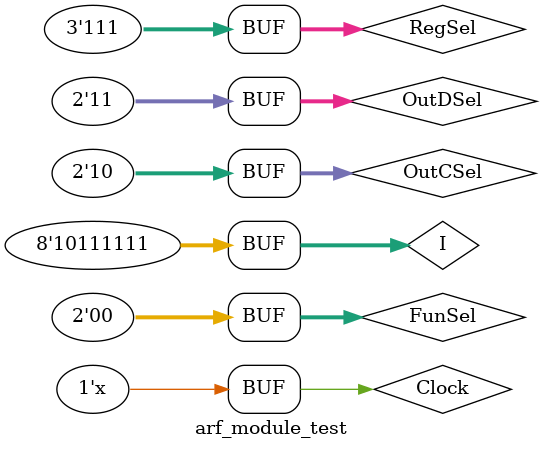
<source format=v>
`timescale 1ns / 1ps

module arf_module_test();
    reg Clock;
    reg [7:0] I;
    reg [1:0] FunSel;
    reg [2:0] RegSel;
    reg [1:0] OutCSel;
    reg [1:0] OutDSel;
    wire [7:0] OutC;
    wire [7:0] OutD;
    
    arf_module uut(Clock, I, FunSel, RegSel, OutCSel, OutDSel, OutC, OutD);
    
    initial begin
        Clock=0; I=8'd1; FunSel=2'b10; RegSel=4'b1011; OutCSel=2'b00; OutDSel=2'b01; #250;
        I=8'd17; FunSel=2'b10; RegSel=4'b1101; OutCSel=2'b00; OutDSel=2'b10; #250;
        I=8'd191; FunSel=2'b10; RegSel=4'b1111; OutCSel=2'b10; OutDSel=2'b11; #250;
        I=8'd191; FunSel=2'b01; RegSel=4'b1011; OutCSel=2'b11; OutDSel=2'b00; #250;
        I=8'd191; FunSel=2'b00; RegSel=4'b1101; OutCSel=2'b01; OutDSel=2'b10; #250;
        I=8'd191; FunSel=2'b11; RegSel=4'b0000; OutCSel=2'b01; OutDSel=2'b10; #250;
        I=8'd191; FunSel=2'b00; RegSel=4'b1111; OutCSel=2'b10; OutDSel=2'b11; #250;
    end
    always begin
        Clock <= ~Clock; #125;
//        Clock <= ~Clock; #125;
    end
endmodule
</source>
